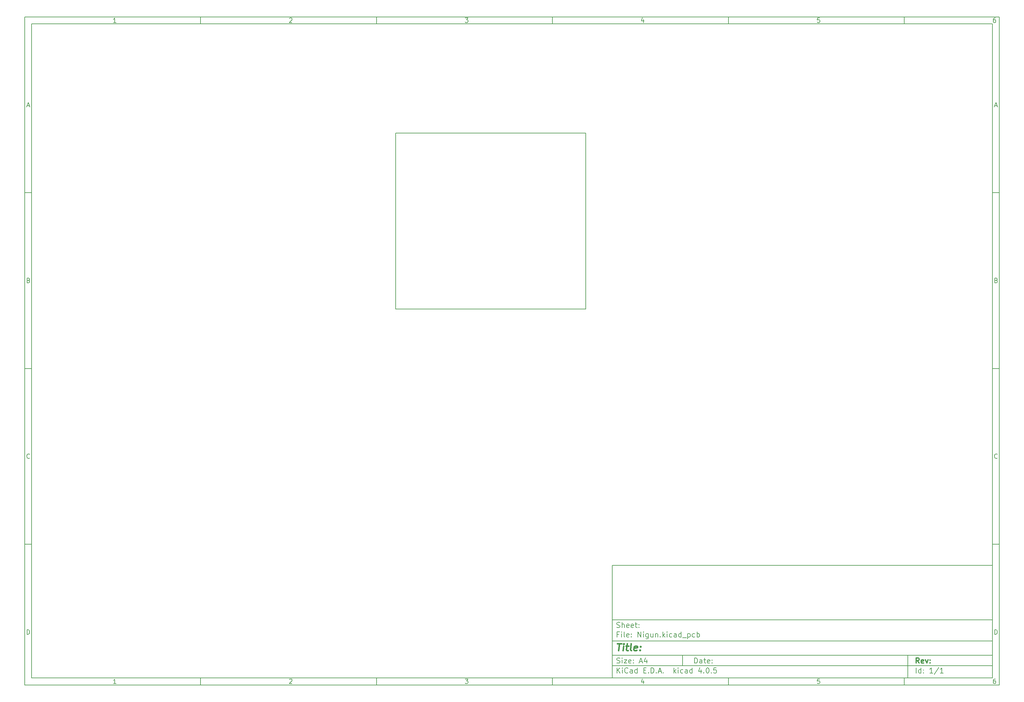
<source format=gbr>
G04 #@! TF.FileFunction,Profile,NP*
%FSLAX46Y46*%
G04 Gerber Fmt 4.6, Leading zero omitted, Abs format (unit mm)*
G04 Created by KiCad (PCBNEW 4.0.5) date 2017 May 15, Monday 00:57:29*
%MOMM*%
%LPD*%
G01*
G04 APERTURE LIST*
%ADD10C,0.100000*%
%ADD11C,0.150000*%
%ADD12C,0.300000*%
%ADD13C,0.400000*%
%ADD14C,0.200000*%
G04 APERTURE END LIST*
D10*
D11*
X177002200Y-166007200D02*
X177002200Y-198007200D01*
X285002200Y-198007200D01*
X285002200Y-166007200D01*
X177002200Y-166007200D01*
D10*
D11*
X10000000Y-10000000D02*
X10000000Y-200007200D01*
X287002200Y-200007200D01*
X287002200Y-10000000D01*
X10000000Y-10000000D01*
D10*
D11*
X12000000Y-12000000D02*
X12000000Y-198007200D01*
X285002200Y-198007200D01*
X285002200Y-12000000D01*
X12000000Y-12000000D01*
D10*
D11*
X60000000Y-12000000D02*
X60000000Y-10000000D01*
D10*
D11*
X110000000Y-12000000D02*
X110000000Y-10000000D01*
D10*
D11*
X160000000Y-12000000D02*
X160000000Y-10000000D01*
D10*
D11*
X210000000Y-12000000D02*
X210000000Y-10000000D01*
D10*
D11*
X260000000Y-12000000D02*
X260000000Y-10000000D01*
D10*
D11*
X35990476Y-11588095D02*
X35247619Y-11588095D01*
X35619048Y-11588095D02*
X35619048Y-10288095D01*
X35495238Y-10473810D01*
X35371429Y-10597619D01*
X35247619Y-10659524D01*
D10*
D11*
X85247619Y-10411905D02*
X85309524Y-10350000D01*
X85433333Y-10288095D01*
X85742857Y-10288095D01*
X85866667Y-10350000D01*
X85928571Y-10411905D01*
X85990476Y-10535714D01*
X85990476Y-10659524D01*
X85928571Y-10845238D01*
X85185714Y-11588095D01*
X85990476Y-11588095D01*
D10*
D11*
X135185714Y-10288095D02*
X135990476Y-10288095D01*
X135557143Y-10783333D01*
X135742857Y-10783333D01*
X135866667Y-10845238D01*
X135928571Y-10907143D01*
X135990476Y-11030952D01*
X135990476Y-11340476D01*
X135928571Y-11464286D01*
X135866667Y-11526190D01*
X135742857Y-11588095D01*
X135371429Y-11588095D01*
X135247619Y-11526190D01*
X135185714Y-11464286D01*
D10*
D11*
X185866667Y-10721429D02*
X185866667Y-11588095D01*
X185557143Y-10226190D02*
X185247619Y-11154762D01*
X186052381Y-11154762D01*
D10*
D11*
X235928571Y-10288095D02*
X235309524Y-10288095D01*
X235247619Y-10907143D01*
X235309524Y-10845238D01*
X235433333Y-10783333D01*
X235742857Y-10783333D01*
X235866667Y-10845238D01*
X235928571Y-10907143D01*
X235990476Y-11030952D01*
X235990476Y-11340476D01*
X235928571Y-11464286D01*
X235866667Y-11526190D01*
X235742857Y-11588095D01*
X235433333Y-11588095D01*
X235309524Y-11526190D01*
X235247619Y-11464286D01*
D10*
D11*
X285866667Y-10288095D02*
X285619048Y-10288095D01*
X285495238Y-10350000D01*
X285433333Y-10411905D01*
X285309524Y-10597619D01*
X285247619Y-10845238D01*
X285247619Y-11340476D01*
X285309524Y-11464286D01*
X285371429Y-11526190D01*
X285495238Y-11588095D01*
X285742857Y-11588095D01*
X285866667Y-11526190D01*
X285928571Y-11464286D01*
X285990476Y-11340476D01*
X285990476Y-11030952D01*
X285928571Y-10907143D01*
X285866667Y-10845238D01*
X285742857Y-10783333D01*
X285495238Y-10783333D01*
X285371429Y-10845238D01*
X285309524Y-10907143D01*
X285247619Y-11030952D01*
D10*
D11*
X60000000Y-198007200D02*
X60000000Y-200007200D01*
D10*
D11*
X110000000Y-198007200D02*
X110000000Y-200007200D01*
D10*
D11*
X160000000Y-198007200D02*
X160000000Y-200007200D01*
D10*
D11*
X210000000Y-198007200D02*
X210000000Y-200007200D01*
D10*
D11*
X260000000Y-198007200D02*
X260000000Y-200007200D01*
D10*
D11*
X35990476Y-199595295D02*
X35247619Y-199595295D01*
X35619048Y-199595295D02*
X35619048Y-198295295D01*
X35495238Y-198481010D01*
X35371429Y-198604819D01*
X35247619Y-198666724D01*
D10*
D11*
X85247619Y-198419105D02*
X85309524Y-198357200D01*
X85433333Y-198295295D01*
X85742857Y-198295295D01*
X85866667Y-198357200D01*
X85928571Y-198419105D01*
X85990476Y-198542914D01*
X85990476Y-198666724D01*
X85928571Y-198852438D01*
X85185714Y-199595295D01*
X85990476Y-199595295D01*
D10*
D11*
X135185714Y-198295295D02*
X135990476Y-198295295D01*
X135557143Y-198790533D01*
X135742857Y-198790533D01*
X135866667Y-198852438D01*
X135928571Y-198914343D01*
X135990476Y-199038152D01*
X135990476Y-199347676D01*
X135928571Y-199471486D01*
X135866667Y-199533390D01*
X135742857Y-199595295D01*
X135371429Y-199595295D01*
X135247619Y-199533390D01*
X135185714Y-199471486D01*
D10*
D11*
X185866667Y-198728629D02*
X185866667Y-199595295D01*
X185557143Y-198233390D02*
X185247619Y-199161962D01*
X186052381Y-199161962D01*
D10*
D11*
X235928571Y-198295295D02*
X235309524Y-198295295D01*
X235247619Y-198914343D01*
X235309524Y-198852438D01*
X235433333Y-198790533D01*
X235742857Y-198790533D01*
X235866667Y-198852438D01*
X235928571Y-198914343D01*
X235990476Y-199038152D01*
X235990476Y-199347676D01*
X235928571Y-199471486D01*
X235866667Y-199533390D01*
X235742857Y-199595295D01*
X235433333Y-199595295D01*
X235309524Y-199533390D01*
X235247619Y-199471486D01*
D10*
D11*
X285866667Y-198295295D02*
X285619048Y-198295295D01*
X285495238Y-198357200D01*
X285433333Y-198419105D01*
X285309524Y-198604819D01*
X285247619Y-198852438D01*
X285247619Y-199347676D01*
X285309524Y-199471486D01*
X285371429Y-199533390D01*
X285495238Y-199595295D01*
X285742857Y-199595295D01*
X285866667Y-199533390D01*
X285928571Y-199471486D01*
X285990476Y-199347676D01*
X285990476Y-199038152D01*
X285928571Y-198914343D01*
X285866667Y-198852438D01*
X285742857Y-198790533D01*
X285495238Y-198790533D01*
X285371429Y-198852438D01*
X285309524Y-198914343D01*
X285247619Y-199038152D01*
D10*
D11*
X10000000Y-60000000D02*
X12000000Y-60000000D01*
D10*
D11*
X10000000Y-110000000D02*
X12000000Y-110000000D01*
D10*
D11*
X10000000Y-160000000D02*
X12000000Y-160000000D01*
D10*
D11*
X10690476Y-35216667D02*
X11309524Y-35216667D01*
X10566667Y-35588095D02*
X11000000Y-34288095D01*
X11433333Y-35588095D01*
D10*
D11*
X11092857Y-84907143D02*
X11278571Y-84969048D01*
X11340476Y-85030952D01*
X11402381Y-85154762D01*
X11402381Y-85340476D01*
X11340476Y-85464286D01*
X11278571Y-85526190D01*
X11154762Y-85588095D01*
X10659524Y-85588095D01*
X10659524Y-84288095D01*
X11092857Y-84288095D01*
X11216667Y-84350000D01*
X11278571Y-84411905D01*
X11340476Y-84535714D01*
X11340476Y-84659524D01*
X11278571Y-84783333D01*
X11216667Y-84845238D01*
X11092857Y-84907143D01*
X10659524Y-84907143D01*
D10*
D11*
X11402381Y-135464286D02*
X11340476Y-135526190D01*
X11154762Y-135588095D01*
X11030952Y-135588095D01*
X10845238Y-135526190D01*
X10721429Y-135402381D01*
X10659524Y-135278571D01*
X10597619Y-135030952D01*
X10597619Y-134845238D01*
X10659524Y-134597619D01*
X10721429Y-134473810D01*
X10845238Y-134350000D01*
X11030952Y-134288095D01*
X11154762Y-134288095D01*
X11340476Y-134350000D01*
X11402381Y-134411905D01*
D10*
D11*
X10659524Y-185588095D02*
X10659524Y-184288095D01*
X10969048Y-184288095D01*
X11154762Y-184350000D01*
X11278571Y-184473810D01*
X11340476Y-184597619D01*
X11402381Y-184845238D01*
X11402381Y-185030952D01*
X11340476Y-185278571D01*
X11278571Y-185402381D01*
X11154762Y-185526190D01*
X10969048Y-185588095D01*
X10659524Y-185588095D01*
D10*
D11*
X287002200Y-60000000D02*
X285002200Y-60000000D01*
D10*
D11*
X287002200Y-110000000D02*
X285002200Y-110000000D01*
D10*
D11*
X287002200Y-160000000D02*
X285002200Y-160000000D01*
D10*
D11*
X285692676Y-35216667D02*
X286311724Y-35216667D01*
X285568867Y-35588095D02*
X286002200Y-34288095D01*
X286435533Y-35588095D01*
D10*
D11*
X286095057Y-84907143D02*
X286280771Y-84969048D01*
X286342676Y-85030952D01*
X286404581Y-85154762D01*
X286404581Y-85340476D01*
X286342676Y-85464286D01*
X286280771Y-85526190D01*
X286156962Y-85588095D01*
X285661724Y-85588095D01*
X285661724Y-84288095D01*
X286095057Y-84288095D01*
X286218867Y-84350000D01*
X286280771Y-84411905D01*
X286342676Y-84535714D01*
X286342676Y-84659524D01*
X286280771Y-84783333D01*
X286218867Y-84845238D01*
X286095057Y-84907143D01*
X285661724Y-84907143D01*
D10*
D11*
X286404581Y-135464286D02*
X286342676Y-135526190D01*
X286156962Y-135588095D01*
X286033152Y-135588095D01*
X285847438Y-135526190D01*
X285723629Y-135402381D01*
X285661724Y-135278571D01*
X285599819Y-135030952D01*
X285599819Y-134845238D01*
X285661724Y-134597619D01*
X285723629Y-134473810D01*
X285847438Y-134350000D01*
X286033152Y-134288095D01*
X286156962Y-134288095D01*
X286342676Y-134350000D01*
X286404581Y-134411905D01*
D10*
D11*
X285661724Y-185588095D02*
X285661724Y-184288095D01*
X285971248Y-184288095D01*
X286156962Y-184350000D01*
X286280771Y-184473810D01*
X286342676Y-184597619D01*
X286404581Y-184845238D01*
X286404581Y-185030952D01*
X286342676Y-185278571D01*
X286280771Y-185402381D01*
X286156962Y-185526190D01*
X285971248Y-185588095D01*
X285661724Y-185588095D01*
D10*
D11*
X200359343Y-193785771D02*
X200359343Y-192285771D01*
X200716486Y-192285771D01*
X200930771Y-192357200D01*
X201073629Y-192500057D01*
X201145057Y-192642914D01*
X201216486Y-192928629D01*
X201216486Y-193142914D01*
X201145057Y-193428629D01*
X201073629Y-193571486D01*
X200930771Y-193714343D01*
X200716486Y-193785771D01*
X200359343Y-193785771D01*
X202502200Y-193785771D02*
X202502200Y-193000057D01*
X202430771Y-192857200D01*
X202287914Y-192785771D01*
X202002200Y-192785771D01*
X201859343Y-192857200D01*
X202502200Y-193714343D02*
X202359343Y-193785771D01*
X202002200Y-193785771D01*
X201859343Y-193714343D01*
X201787914Y-193571486D01*
X201787914Y-193428629D01*
X201859343Y-193285771D01*
X202002200Y-193214343D01*
X202359343Y-193214343D01*
X202502200Y-193142914D01*
X203002200Y-192785771D02*
X203573629Y-192785771D01*
X203216486Y-192285771D02*
X203216486Y-193571486D01*
X203287914Y-193714343D01*
X203430772Y-193785771D01*
X203573629Y-193785771D01*
X204645057Y-193714343D02*
X204502200Y-193785771D01*
X204216486Y-193785771D01*
X204073629Y-193714343D01*
X204002200Y-193571486D01*
X204002200Y-193000057D01*
X204073629Y-192857200D01*
X204216486Y-192785771D01*
X204502200Y-192785771D01*
X204645057Y-192857200D01*
X204716486Y-193000057D01*
X204716486Y-193142914D01*
X204002200Y-193285771D01*
X205359343Y-193642914D02*
X205430771Y-193714343D01*
X205359343Y-193785771D01*
X205287914Y-193714343D01*
X205359343Y-193642914D01*
X205359343Y-193785771D01*
X205359343Y-192857200D02*
X205430771Y-192928629D01*
X205359343Y-193000057D01*
X205287914Y-192928629D01*
X205359343Y-192857200D01*
X205359343Y-193000057D01*
D10*
D11*
X177002200Y-194507200D02*
X285002200Y-194507200D01*
D10*
D11*
X178359343Y-196585771D02*
X178359343Y-195085771D01*
X179216486Y-196585771D02*
X178573629Y-195728629D01*
X179216486Y-195085771D02*
X178359343Y-195942914D01*
X179859343Y-196585771D02*
X179859343Y-195585771D01*
X179859343Y-195085771D02*
X179787914Y-195157200D01*
X179859343Y-195228629D01*
X179930771Y-195157200D01*
X179859343Y-195085771D01*
X179859343Y-195228629D01*
X181430772Y-196442914D02*
X181359343Y-196514343D01*
X181145057Y-196585771D01*
X181002200Y-196585771D01*
X180787915Y-196514343D01*
X180645057Y-196371486D01*
X180573629Y-196228629D01*
X180502200Y-195942914D01*
X180502200Y-195728629D01*
X180573629Y-195442914D01*
X180645057Y-195300057D01*
X180787915Y-195157200D01*
X181002200Y-195085771D01*
X181145057Y-195085771D01*
X181359343Y-195157200D01*
X181430772Y-195228629D01*
X182716486Y-196585771D02*
X182716486Y-195800057D01*
X182645057Y-195657200D01*
X182502200Y-195585771D01*
X182216486Y-195585771D01*
X182073629Y-195657200D01*
X182716486Y-196514343D02*
X182573629Y-196585771D01*
X182216486Y-196585771D01*
X182073629Y-196514343D01*
X182002200Y-196371486D01*
X182002200Y-196228629D01*
X182073629Y-196085771D01*
X182216486Y-196014343D01*
X182573629Y-196014343D01*
X182716486Y-195942914D01*
X184073629Y-196585771D02*
X184073629Y-195085771D01*
X184073629Y-196514343D02*
X183930772Y-196585771D01*
X183645058Y-196585771D01*
X183502200Y-196514343D01*
X183430772Y-196442914D01*
X183359343Y-196300057D01*
X183359343Y-195871486D01*
X183430772Y-195728629D01*
X183502200Y-195657200D01*
X183645058Y-195585771D01*
X183930772Y-195585771D01*
X184073629Y-195657200D01*
X185930772Y-195800057D02*
X186430772Y-195800057D01*
X186645058Y-196585771D02*
X185930772Y-196585771D01*
X185930772Y-195085771D01*
X186645058Y-195085771D01*
X187287915Y-196442914D02*
X187359343Y-196514343D01*
X187287915Y-196585771D01*
X187216486Y-196514343D01*
X187287915Y-196442914D01*
X187287915Y-196585771D01*
X188002201Y-196585771D02*
X188002201Y-195085771D01*
X188359344Y-195085771D01*
X188573629Y-195157200D01*
X188716487Y-195300057D01*
X188787915Y-195442914D01*
X188859344Y-195728629D01*
X188859344Y-195942914D01*
X188787915Y-196228629D01*
X188716487Y-196371486D01*
X188573629Y-196514343D01*
X188359344Y-196585771D01*
X188002201Y-196585771D01*
X189502201Y-196442914D02*
X189573629Y-196514343D01*
X189502201Y-196585771D01*
X189430772Y-196514343D01*
X189502201Y-196442914D01*
X189502201Y-196585771D01*
X190145058Y-196157200D02*
X190859344Y-196157200D01*
X190002201Y-196585771D02*
X190502201Y-195085771D01*
X191002201Y-196585771D01*
X191502201Y-196442914D02*
X191573629Y-196514343D01*
X191502201Y-196585771D01*
X191430772Y-196514343D01*
X191502201Y-196442914D01*
X191502201Y-196585771D01*
X194502201Y-196585771D02*
X194502201Y-195085771D01*
X194645058Y-196014343D02*
X195073629Y-196585771D01*
X195073629Y-195585771D02*
X194502201Y-196157200D01*
X195716487Y-196585771D02*
X195716487Y-195585771D01*
X195716487Y-195085771D02*
X195645058Y-195157200D01*
X195716487Y-195228629D01*
X195787915Y-195157200D01*
X195716487Y-195085771D01*
X195716487Y-195228629D01*
X197073630Y-196514343D02*
X196930773Y-196585771D01*
X196645059Y-196585771D01*
X196502201Y-196514343D01*
X196430773Y-196442914D01*
X196359344Y-196300057D01*
X196359344Y-195871486D01*
X196430773Y-195728629D01*
X196502201Y-195657200D01*
X196645059Y-195585771D01*
X196930773Y-195585771D01*
X197073630Y-195657200D01*
X198359344Y-196585771D02*
X198359344Y-195800057D01*
X198287915Y-195657200D01*
X198145058Y-195585771D01*
X197859344Y-195585771D01*
X197716487Y-195657200D01*
X198359344Y-196514343D02*
X198216487Y-196585771D01*
X197859344Y-196585771D01*
X197716487Y-196514343D01*
X197645058Y-196371486D01*
X197645058Y-196228629D01*
X197716487Y-196085771D01*
X197859344Y-196014343D01*
X198216487Y-196014343D01*
X198359344Y-195942914D01*
X199716487Y-196585771D02*
X199716487Y-195085771D01*
X199716487Y-196514343D02*
X199573630Y-196585771D01*
X199287916Y-196585771D01*
X199145058Y-196514343D01*
X199073630Y-196442914D01*
X199002201Y-196300057D01*
X199002201Y-195871486D01*
X199073630Y-195728629D01*
X199145058Y-195657200D01*
X199287916Y-195585771D01*
X199573630Y-195585771D01*
X199716487Y-195657200D01*
X202216487Y-195585771D02*
X202216487Y-196585771D01*
X201859344Y-195014343D02*
X201502201Y-196085771D01*
X202430773Y-196085771D01*
X203002201Y-196442914D02*
X203073629Y-196514343D01*
X203002201Y-196585771D01*
X202930772Y-196514343D01*
X203002201Y-196442914D01*
X203002201Y-196585771D01*
X204002201Y-195085771D02*
X204145058Y-195085771D01*
X204287915Y-195157200D01*
X204359344Y-195228629D01*
X204430773Y-195371486D01*
X204502201Y-195657200D01*
X204502201Y-196014343D01*
X204430773Y-196300057D01*
X204359344Y-196442914D01*
X204287915Y-196514343D01*
X204145058Y-196585771D01*
X204002201Y-196585771D01*
X203859344Y-196514343D01*
X203787915Y-196442914D01*
X203716487Y-196300057D01*
X203645058Y-196014343D01*
X203645058Y-195657200D01*
X203716487Y-195371486D01*
X203787915Y-195228629D01*
X203859344Y-195157200D01*
X204002201Y-195085771D01*
X205145058Y-196442914D02*
X205216486Y-196514343D01*
X205145058Y-196585771D01*
X205073629Y-196514343D01*
X205145058Y-196442914D01*
X205145058Y-196585771D01*
X206573630Y-195085771D02*
X205859344Y-195085771D01*
X205787915Y-195800057D01*
X205859344Y-195728629D01*
X206002201Y-195657200D01*
X206359344Y-195657200D01*
X206502201Y-195728629D01*
X206573630Y-195800057D01*
X206645058Y-195942914D01*
X206645058Y-196300057D01*
X206573630Y-196442914D01*
X206502201Y-196514343D01*
X206359344Y-196585771D01*
X206002201Y-196585771D01*
X205859344Y-196514343D01*
X205787915Y-196442914D01*
D10*
D11*
X177002200Y-191507200D02*
X285002200Y-191507200D01*
D10*
D12*
X264216486Y-193785771D02*
X263716486Y-193071486D01*
X263359343Y-193785771D02*
X263359343Y-192285771D01*
X263930771Y-192285771D01*
X264073629Y-192357200D01*
X264145057Y-192428629D01*
X264216486Y-192571486D01*
X264216486Y-192785771D01*
X264145057Y-192928629D01*
X264073629Y-193000057D01*
X263930771Y-193071486D01*
X263359343Y-193071486D01*
X265430771Y-193714343D02*
X265287914Y-193785771D01*
X265002200Y-193785771D01*
X264859343Y-193714343D01*
X264787914Y-193571486D01*
X264787914Y-193000057D01*
X264859343Y-192857200D01*
X265002200Y-192785771D01*
X265287914Y-192785771D01*
X265430771Y-192857200D01*
X265502200Y-193000057D01*
X265502200Y-193142914D01*
X264787914Y-193285771D01*
X266002200Y-192785771D02*
X266359343Y-193785771D01*
X266716485Y-192785771D01*
X267287914Y-193642914D02*
X267359342Y-193714343D01*
X267287914Y-193785771D01*
X267216485Y-193714343D01*
X267287914Y-193642914D01*
X267287914Y-193785771D01*
X267287914Y-192857200D02*
X267359342Y-192928629D01*
X267287914Y-193000057D01*
X267216485Y-192928629D01*
X267287914Y-192857200D01*
X267287914Y-193000057D01*
D10*
D11*
X178287914Y-193714343D02*
X178502200Y-193785771D01*
X178859343Y-193785771D01*
X179002200Y-193714343D01*
X179073629Y-193642914D01*
X179145057Y-193500057D01*
X179145057Y-193357200D01*
X179073629Y-193214343D01*
X179002200Y-193142914D01*
X178859343Y-193071486D01*
X178573629Y-193000057D01*
X178430771Y-192928629D01*
X178359343Y-192857200D01*
X178287914Y-192714343D01*
X178287914Y-192571486D01*
X178359343Y-192428629D01*
X178430771Y-192357200D01*
X178573629Y-192285771D01*
X178930771Y-192285771D01*
X179145057Y-192357200D01*
X179787914Y-193785771D02*
X179787914Y-192785771D01*
X179787914Y-192285771D02*
X179716485Y-192357200D01*
X179787914Y-192428629D01*
X179859342Y-192357200D01*
X179787914Y-192285771D01*
X179787914Y-192428629D01*
X180359343Y-192785771D02*
X181145057Y-192785771D01*
X180359343Y-193785771D01*
X181145057Y-193785771D01*
X182287914Y-193714343D02*
X182145057Y-193785771D01*
X181859343Y-193785771D01*
X181716486Y-193714343D01*
X181645057Y-193571486D01*
X181645057Y-193000057D01*
X181716486Y-192857200D01*
X181859343Y-192785771D01*
X182145057Y-192785771D01*
X182287914Y-192857200D01*
X182359343Y-193000057D01*
X182359343Y-193142914D01*
X181645057Y-193285771D01*
X183002200Y-193642914D02*
X183073628Y-193714343D01*
X183002200Y-193785771D01*
X182930771Y-193714343D01*
X183002200Y-193642914D01*
X183002200Y-193785771D01*
X183002200Y-192857200D02*
X183073628Y-192928629D01*
X183002200Y-193000057D01*
X182930771Y-192928629D01*
X183002200Y-192857200D01*
X183002200Y-193000057D01*
X184787914Y-193357200D02*
X185502200Y-193357200D01*
X184645057Y-193785771D02*
X185145057Y-192285771D01*
X185645057Y-193785771D01*
X186787914Y-192785771D02*
X186787914Y-193785771D01*
X186430771Y-192214343D02*
X186073628Y-193285771D01*
X187002200Y-193285771D01*
D10*
D11*
X263359343Y-196585771D02*
X263359343Y-195085771D01*
X264716486Y-196585771D02*
X264716486Y-195085771D01*
X264716486Y-196514343D02*
X264573629Y-196585771D01*
X264287915Y-196585771D01*
X264145057Y-196514343D01*
X264073629Y-196442914D01*
X264002200Y-196300057D01*
X264002200Y-195871486D01*
X264073629Y-195728629D01*
X264145057Y-195657200D01*
X264287915Y-195585771D01*
X264573629Y-195585771D01*
X264716486Y-195657200D01*
X265430772Y-196442914D02*
X265502200Y-196514343D01*
X265430772Y-196585771D01*
X265359343Y-196514343D01*
X265430772Y-196442914D01*
X265430772Y-196585771D01*
X265430772Y-195657200D02*
X265502200Y-195728629D01*
X265430772Y-195800057D01*
X265359343Y-195728629D01*
X265430772Y-195657200D01*
X265430772Y-195800057D01*
X268073629Y-196585771D02*
X267216486Y-196585771D01*
X267645058Y-196585771D02*
X267645058Y-195085771D01*
X267502201Y-195300057D01*
X267359343Y-195442914D01*
X267216486Y-195514343D01*
X269787914Y-195014343D02*
X268502200Y-196942914D01*
X271073629Y-196585771D02*
X270216486Y-196585771D01*
X270645058Y-196585771D02*
X270645058Y-195085771D01*
X270502201Y-195300057D01*
X270359343Y-195442914D01*
X270216486Y-195514343D01*
D10*
D11*
X177002200Y-187507200D02*
X285002200Y-187507200D01*
D10*
D13*
X178454581Y-188211962D02*
X179597438Y-188211962D01*
X178776010Y-190211962D02*
X179026010Y-188211962D01*
X180014105Y-190211962D02*
X180180771Y-188878629D01*
X180264105Y-188211962D02*
X180156962Y-188307200D01*
X180240295Y-188402438D01*
X180347439Y-188307200D01*
X180264105Y-188211962D01*
X180240295Y-188402438D01*
X180847438Y-188878629D02*
X181609343Y-188878629D01*
X181216486Y-188211962D02*
X181002200Y-189926248D01*
X181073630Y-190116724D01*
X181252201Y-190211962D01*
X181442677Y-190211962D01*
X182395058Y-190211962D02*
X182216487Y-190116724D01*
X182145057Y-189926248D01*
X182359343Y-188211962D01*
X183930772Y-190116724D02*
X183728391Y-190211962D01*
X183347439Y-190211962D01*
X183168867Y-190116724D01*
X183097438Y-189926248D01*
X183192676Y-189164343D01*
X183311724Y-188973867D01*
X183514105Y-188878629D01*
X183895057Y-188878629D01*
X184073629Y-188973867D01*
X184145057Y-189164343D01*
X184121248Y-189354819D01*
X183145057Y-189545295D01*
X184895057Y-190021486D02*
X184978392Y-190116724D01*
X184871248Y-190211962D01*
X184787915Y-190116724D01*
X184895057Y-190021486D01*
X184871248Y-190211962D01*
X185026010Y-188973867D02*
X185109344Y-189069105D01*
X185002200Y-189164343D01*
X184918867Y-189069105D01*
X185026010Y-188973867D01*
X185002200Y-189164343D01*
D10*
D11*
X178859343Y-185600057D02*
X178359343Y-185600057D01*
X178359343Y-186385771D02*
X178359343Y-184885771D01*
X179073629Y-184885771D01*
X179645057Y-186385771D02*
X179645057Y-185385771D01*
X179645057Y-184885771D02*
X179573628Y-184957200D01*
X179645057Y-185028629D01*
X179716485Y-184957200D01*
X179645057Y-184885771D01*
X179645057Y-185028629D01*
X180573629Y-186385771D02*
X180430771Y-186314343D01*
X180359343Y-186171486D01*
X180359343Y-184885771D01*
X181716485Y-186314343D02*
X181573628Y-186385771D01*
X181287914Y-186385771D01*
X181145057Y-186314343D01*
X181073628Y-186171486D01*
X181073628Y-185600057D01*
X181145057Y-185457200D01*
X181287914Y-185385771D01*
X181573628Y-185385771D01*
X181716485Y-185457200D01*
X181787914Y-185600057D01*
X181787914Y-185742914D01*
X181073628Y-185885771D01*
X182430771Y-186242914D02*
X182502199Y-186314343D01*
X182430771Y-186385771D01*
X182359342Y-186314343D01*
X182430771Y-186242914D01*
X182430771Y-186385771D01*
X182430771Y-185457200D02*
X182502199Y-185528629D01*
X182430771Y-185600057D01*
X182359342Y-185528629D01*
X182430771Y-185457200D01*
X182430771Y-185600057D01*
X184287914Y-186385771D02*
X184287914Y-184885771D01*
X185145057Y-186385771D01*
X185145057Y-184885771D01*
X185859343Y-186385771D02*
X185859343Y-185385771D01*
X185859343Y-184885771D02*
X185787914Y-184957200D01*
X185859343Y-185028629D01*
X185930771Y-184957200D01*
X185859343Y-184885771D01*
X185859343Y-185028629D01*
X187216486Y-185385771D02*
X187216486Y-186600057D01*
X187145057Y-186742914D01*
X187073629Y-186814343D01*
X186930772Y-186885771D01*
X186716486Y-186885771D01*
X186573629Y-186814343D01*
X187216486Y-186314343D02*
X187073629Y-186385771D01*
X186787915Y-186385771D01*
X186645057Y-186314343D01*
X186573629Y-186242914D01*
X186502200Y-186100057D01*
X186502200Y-185671486D01*
X186573629Y-185528629D01*
X186645057Y-185457200D01*
X186787915Y-185385771D01*
X187073629Y-185385771D01*
X187216486Y-185457200D01*
X188573629Y-185385771D02*
X188573629Y-186385771D01*
X187930772Y-185385771D02*
X187930772Y-186171486D01*
X188002200Y-186314343D01*
X188145058Y-186385771D01*
X188359343Y-186385771D01*
X188502200Y-186314343D01*
X188573629Y-186242914D01*
X189287915Y-185385771D02*
X189287915Y-186385771D01*
X189287915Y-185528629D02*
X189359343Y-185457200D01*
X189502201Y-185385771D01*
X189716486Y-185385771D01*
X189859343Y-185457200D01*
X189930772Y-185600057D01*
X189930772Y-186385771D01*
X190645058Y-186242914D02*
X190716486Y-186314343D01*
X190645058Y-186385771D01*
X190573629Y-186314343D01*
X190645058Y-186242914D01*
X190645058Y-186385771D01*
X191359344Y-186385771D02*
X191359344Y-184885771D01*
X191502201Y-185814343D02*
X191930772Y-186385771D01*
X191930772Y-185385771D02*
X191359344Y-185957200D01*
X192573630Y-186385771D02*
X192573630Y-185385771D01*
X192573630Y-184885771D02*
X192502201Y-184957200D01*
X192573630Y-185028629D01*
X192645058Y-184957200D01*
X192573630Y-184885771D01*
X192573630Y-185028629D01*
X193930773Y-186314343D02*
X193787916Y-186385771D01*
X193502202Y-186385771D01*
X193359344Y-186314343D01*
X193287916Y-186242914D01*
X193216487Y-186100057D01*
X193216487Y-185671486D01*
X193287916Y-185528629D01*
X193359344Y-185457200D01*
X193502202Y-185385771D01*
X193787916Y-185385771D01*
X193930773Y-185457200D01*
X195216487Y-186385771D02*
X195216487Y-185600057D01*
X195145058Y-185457200D01*
X195002201Y-185385771D01*
X194716487Y-185385771D01*
X194573630Y-185457200D01*
X195216487Y-186314343D02*
X195073630Y-186385771D01*
X194716487Y-186385771D01*
X194573630Y-186314343D01*
X194502201Y-186171486D01*
X194502201Y-186028629D01*
X194573630Y-185885771D01*
X194716487Y-185814343D01*
X195073630Y-185814343D01*
X195216487Y-185742914D01*
X196573630Y-186385771D02*
X196573630Y-184885771D01*
X196573630Y-186314343D02*
X196430773Y-186385771D01*
X196145059Y-186385771D01*
X196002201Y-186314343D01*
X195930773Y-186242914D01*
X195859344Y-186100057D01*
X195859344Y-185671486D01*
X195930773Y-185528629D01*
X196002201Y-185457200D01*
X196145059Y-185385771D01*
X196430773Y-185385771D01*
X196573630Y-185457200D01*
X196930773Y-186528629D02*
X198073630Y-186528629D01*
X198430773Y-185385771D02*
X198430773Y-186885771D01*
X198430773Y-185457200D02*
X198573630Y-185385771D01*
X198859344Y-185385771D01*
X199002201Y-185457200D01*
X199073630Y-185528629D01*
X199145059Y-185671486D01*
X199145059Y-186100057D01*
X199073630Y-186242914D01*
X199002201Y-186314343D01*
X198859344Y-186385771D01*
X198573630Y-186385771D01*
X198430773Y-186314343D01*
X200430773Y-186314343D02*
X200287916Y-186385771D01*
X200002202Y-186385771D01*
X199859344Y-186314343D01*
X199787916Y-186242914D01*
X199716487Y-186100057D01*
X199716487Y-185671486D01*
X199787916Y-185528629D01*
X199859344Y-185457200D01*
X200002202Y-185385771D01*
X200287916Y-185385771D01*
X200430773Y-185457200D01*
X201073630Y-186385771D02*
X201073630Y-184885771D01*
X201073630Y-185457200D02*
X201216487Y-185385771D01*
X201502201Y-185385771D01*
X201645058Y-185457200D01*
X201716487Y-185528629D01*
X201787916Y-185671486D01*
X201787916Y-186100057D01*
X201716487Y-186242914D01*
X201645058Y-186314343D01*
X201502201Y-186385771D01*
X201216487Y-186385771D01*
X201073630Y-186314343D01*
D10*
D11*
X177002200Y-181507200D02*
X285002200Y-181507200D01*
D10*
D11*
X178287914Y-183614343D02*
X178502200Y-183685771D01*
X178859343Y-183685771D01*
X179002200Y-183614343D01*
X179073629Y-183542914D01*
X179145057Y-183400057D01*
X179145057Y-183257200D01*
X179073629Y-183114343D01*
X179002200Y-183042914D01*
X178859343Y-182971486D01*
X178573629Y-182900057D01*
X178430771Y-182828629D01*
X178359343Y-182757200D01*
X178287914Y-182614343D01*
X178287914Y-182471486D01*
X178359343Y-182328629D01*
X178430771Y-182257200D01*
X178573629Y-182185771D01*
X178930771Y-182185771D01*
X179145057Y-182257200D01*
X179787914Y-183685771D02*
X179787914Y-182185771D01*
X180430771Y-183685771D02*
X180430771Y-182900057D01*
X180359342Y-182757200D01*
X180216485Y-182685771D01*
X180002200Y-182685771D01*
X179859342Y-182757200D01*
X179787914Y-182828629D01*
X181716485Y-183614343D02*
X181573628Y-183685771D01*
X181287914Y-183685771D01*
X181145057Y-183614343D01*
X181073628Y-183471486D01*
X181073628Y-182900057D01*
X181145057Y-182757200D01*
X181287914Y-182685771D01*
X181573628Y-182685771D01*
X181716485Y-182757200D01*
X181787914Y-182900057D01*
X181787914Y-183042914D01*
X181073628Y-183185771D01*
X183002199Y-183614343D02*
X182859342Y-183685771D01*
X182573628Y-183685771D01*
X182430771Y-183614343D01*
X182359342Y-183471486D01*
X182359342Y-182900057D01*
X182430771Y-182757200D01*
X182573628Y-182685771D01*
X182859342Y-182685771D01*
X183002199Y-182757200D01*
X183073628Y-182900057D01*
X183073628Y-183042914D01*
X182359342Y-183185771D01*
X183502199Y-182685771D02*
X184073628Y-182685771D01*
X183716485Y-182185771D02*
X183716485Y-183471486D01*
X183787913Y-183614343D01*
X183930771Y-183685771D01*
X184073628Y-183685771D01*
X184573628Y-183542914D02*
X184645056Y-183614343D01*
X184573628Y-183685771D01*
X184502199Y-183614343D01*
X184573628Y-183542914D01*
X184573628Y-183685771D01*
X184573628Y-182757200D02*
X184645056Y-182828629D01*
X184573628Y-182900057D01*
X184502199Y-182828629D01*
X184573628Y-182757200D01*
X184573628Y-182900057D01*
D10*
D11*
X197002200Y-191507200D02*
X197002200Y-194507200D01*
D10*
D11*
X261002200Y-191507200D02*
X261002200Y-198007200D01*
D14*
X115455700Y-93091000D02*
X169443400Y-93091000D01*
X115443000Y-43000000D02*
X115455700Y-93091000D01*
X169443400Y-43002200D02*
X169443400Y-93091000D01*
X115443000Y-43000000D02*
X169443000Y-43000000D01*
M02*

</source>
